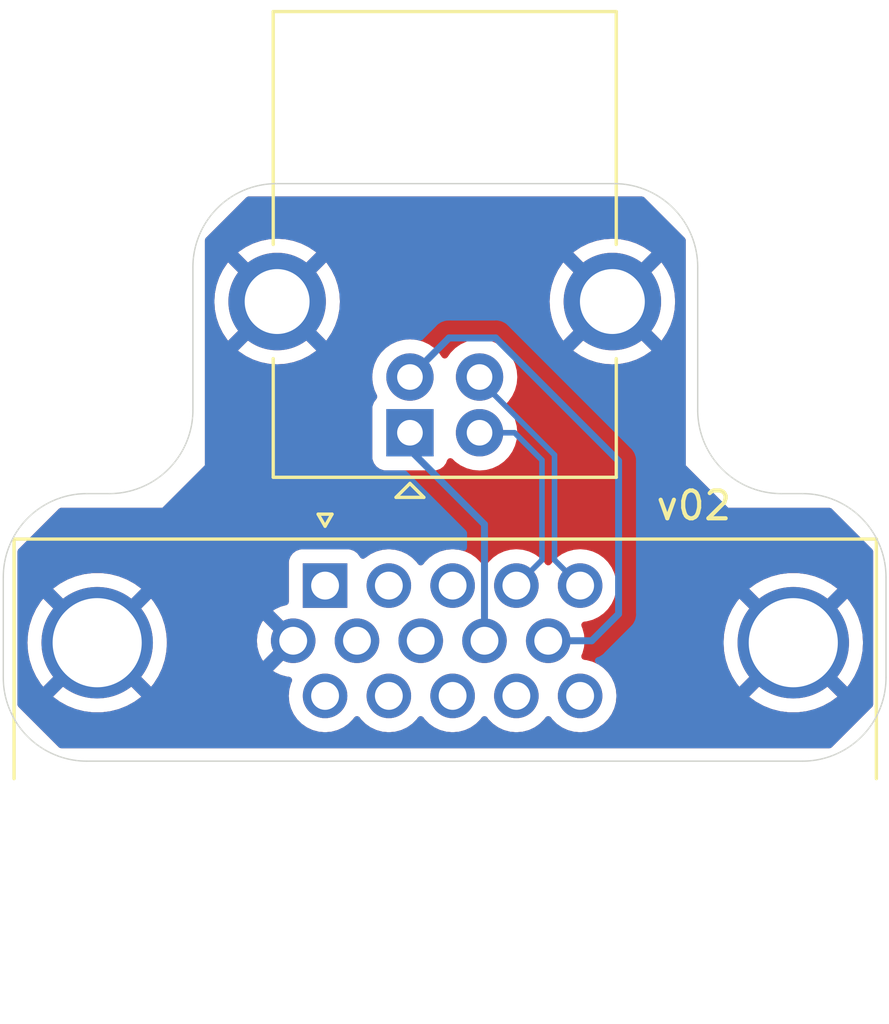
<source format=kicad_pcb>
(kicad_pcb (version 20221018) (generator pcbnew)
  (layers (0 "F.Cu" signal) (31 "B.Cu" signal) (34 "B.Paste" user) (35 "F.Paste" user) (36 "B.SilkS" user "B.Silkscreen") (37 "F.SilkS" user "F.Silkscreen") (38 "B.Mask" user) (39 "F.Mask" user) (44 "Edge.Cuts" user))
  (net 0 "")
  (net 1 "Earth")
  (net 5 "D-")
  (net 6 "D+")
  (net 9 "VBUS")
  (net 10 "GND")
  (footprint "Connector_Dsub:DSUB-15-HD_Male_Horizontal_P2.29x1.98mm_EdgePinOffset3.03mm_Housed_MountingHolesOffset4.94mm" (layer "F.Cu") (at 103.505 92.71)
    (fp_text reference "J1" hide)
    (fp_text value "DE15_Plug_HighDensity_MountingHoles")
    (fp_line (start -11.17 -1.67) (end 19.8 -1.67) (stroke (width 0.12)) (layer "F.SilkS"))
    (fp_line (start -11.17 6.93) (end -11.17 -1.67) (stroke (width 0.12)) (layer "F.SilkS"))
    (fp_line (start -0.25 -2.564338) (end 0.25 -2.564338) (stroke (width 0.12)) (layer "F.SilkS"))
    (fp_line (start 0 -2.131325) (end -0.25 -2.564338) (stroke (width 0.12)) (layer "F.SilkS"))
    (fp_line (start 0.25 -2.564338) (end 0 -2.131325) (stroke (width 0.12)) (layer "F.SilkS"))
    (fp_line (start 19.8 -1.67) (end 19.8 6.93) (stroke (width 0.12)) (layer "F.SilkS"))
    (pad "0" thru_hole circle (at -8.185 2.05) (size 4 4) (drill 3.2) (layers "*.Cu" "*.Mask") (net 1 "Earth"))
    (pad "0" thru_hole circle (at 16.815 2.05) (size 4 4) (drill 3.2) (layers "*.Cu" "*.Mask") (net 1 "Earth"))
    (pad "1" thru_hole rect (at 0 0) (size 1.6 1.6) (drill 1) (layers "*.Cu" "*.Mask"))
    (pad "2" thru_hole circle (at 2.29 0) (size 1.6 1.6) (drill 1) (layers "*.Cu" "*.Mask"))
    (pad "3" thru_hole circle (at 4.58 0) (size 1.6 1.6) (drill 1) (layers "*.Cu" "*.Mask"))
    (pad "4" thru_hole circle (at 6.87 0) (size 1.6 1.6) (drill 1) (layers "*.Cu" "*.Mask") (net 5 "D-"))
    (pad "5" thru_hole circle (at 9.16 0) (size 1.6 1.6) (drill 1) (layers "*.Cu" "*.Mask") (net 6 "D+"))
    (pad "6" thru_hole circle (at -1.145 1.98) (size 1.6 1.6) (drill 1) (layers "*.Cu" "*.Mask") (net 1 "Earth"))
    (pad "7" thru_hole circle (at 1.145 1.98) (size 1.6 1.6) (drill 1) (layers "*.Cu" "*.Mask"))
    (pad "8" thru_hole circle (at 3.435 1.98) (size 1.6 1.6) (drill 1) (layers "*.Cu" "*.Mask"))
    (pad "9" thru_hole circle (at 5.725 1.98) (size 1.6 1.6) (drill 1) (layers "*.Cu" "*.Mask") (net 9 "VBUS"))
    (pad "10" thru_hole circle (at 8.015 1.98) (size 1.6 1.6) (drill 1) (layers "*.Cu" "*.Mask") (net 10 "GND"))
    (pad "11" thru_hole circle (at 0 3.96) (size 1.6 1.6) (drill 1) (layers "*.Cu" "*.Mask"))
    (pad "12" thru_hole circle (at 2.29 3.96) (size 1.6 1.6) (drill 1) (layers "*.Cu" "*.Mask"))
    (pad "13" thru_hole circle (at 4.58 3.96) (size 1.6 1.6) (drill 1) (layers "*.Cu" "*.Mask"))
    (pad "14" thru_hole circle (at 6.87 3.96) (size 1.6 1.6) (drill 1) (layers "*.Cu" "*.Mask"))
    (pad "15" thru_hole circle (at 9.16 3.96) (size 1.6 1.6) (drill 1) (layers "*.Cu" "*.Mask"))
  )
  (footprint "Connector_USB:USB_B_OST_USB-B1HSxx_Horizontal" (layer "F.Cu") (at 106.553 87.2225 90)
    (fp_text reference "J2" hide)
    (fp_text value "USB_B")
    (fp_line (start -2.32 -0.5) (end -2.32 0.5) (stroke (width 0.12)) (layer "F.SilkS"))
    (fp_line (start -2.32 0.5) (end -1.82 0) (stroke (width 0.12)) (layer "F.SilkS"))
    (fp_line (start -1.82 0) (end -2.32 -0.5) (stroke (width 0.12)) (layer "F.SilkS"))
    (fp_line (start -1.6 -4.91) (end -1.6 7.41) (stroke (width 0.12)) (layer "F.SilkS"))
    (fp_line (start -1.6 7.41) (end 2.66 7.41) (stroke (width 0.12)) (layer "F.SilkS"))
    (fp_line (start 2.66 -4.91) (end -1.6 -4.91) (stroke (width 0.12)) (layer "F.SilkS"))
    (fp_line (start 6.76 -4.91) (end 15.12 -4.91) (stroke (width 0.12)) (layer "F.SilkS"))
    (fp_line (start 15.12 -4.91) (end 15.12 7.41) (stroke (width 0.12)) (layer "F.SilkS"))
    (fp_line (start 15.12 7.41) (end 6.76 7.41) (stroke (width 0.12)) (layer "F.SilkS"))
    (pad "1" thru_hole rect (at 0 0 90) (size 1.7 1.7) (drill 0.92) (layers "*.Cu" "*.Mask") (net 9 "VBUS"))
    (pad "2" thru_hole circle (at 0 2.5 90) (size 1.7 1.7) (drill 0.92) (layers "*.Cu" "*.Mask") (net 5 "D-"))
    (pad "3" thru_hole circle (at 2 2.5 90) (size 1.7 1.7) (drill 0.92) (layers "*.Cu" "*.Mask") (net 6 "D+"))
    (pad "4" thru_hole circle (at 2 0 90) (size 1.7 1.7) (drill 0.92) (layers "*.Cu" "*.Mask") (net 10 "GND"))
    (pad "5" thru_hole circle (at 4.71 -4.77 90) (size 3.5 3.5) (drill 2.33) (layers "*.Cu" "*.Mask") (net 1 "Earth"))
    (pad "5" thru_hole circle (at 4.71 7.27 90) (size 3.5 3.5) (drill 2.33) (layers "*.Cu" "*.Mask") (net 1 "Earth"))
  )
  (gr_line (start 94.948 89.408) (end 95.758 89.408) (stroke (width 0.05)) (layer "Edge.Cuts"))
  (gr_arc (start 120.65 89.408) (mid 122.77132 90.28668) (end 123.65 92.408) (stroke (width 0.05)) (layer "Edge.Cuts"))
  (gr_arc (start 98.758 81.28) (mid 99.63668 79.15868) (end 101.758 78.28) (stroke (width 0.05)) (layer "Edge.Cuts"))
  (gr_arc (start 113.88798 78.28) (mid 116.009313 79.158673) (end 116.88798 81.28) (stroke (width 0.05)) (layer "Edge.Cuts"))
  (gr_line (start 123.65 96.012) (end 123.65 92.408) (stroke (width 0.05)) (layer "Edge.Cuts"))
  (gr_arc (start 94.948 99.012) (mid 92.82668 98.13332) (end 91.948 96.012) (stroke (width 0.05)) (layer "Edge.Cuts"))
  (gr_arc (start 91.948 92.408) (mid 92.82668 90.28668) (end 94.948 89.408) (stroke (width 0.05)) (layer "Edge.Cuts"))
  (gr_arc (start 98.758 86.408) (mid 97.87932 88.52932) (end 95.758 89.408) (stroke (width 0.05)) (layer "Edge.Cuts"))
  (gr_line (start 101.758 78.28) (end 113.88798 78.28) (stroke (width 0.05)) (layer "Edge.Cuts"))
  (gr_arc (start 123.65 96.012) (mid 122.77132 98.13332) (end 120.65 99.012) (stroke (width 0.05)) (layer "Edge.Cuts"))
  (gr_line (start 120.65 89.408) (end 119.88798 89.408) (stroke (width 0.05)) (layer "Edge.Cuts"))
  (gr_line (start 91.948 96.012) (end 91.948 92.408) (stroke (width 0.05)) (layer "Edge.Cuts"))
  (gr_line (start 94.948 99.012) (end 120.65 99.012) (stroke (width 0.05)) (layer "Edge.Cuts"))
  (gr_arc (start 119.88798 89.408) (mid 117.766673 88.529313) (end 116.88798 86.408) (stroke (width 0.05)) (layer "Edge.Cuts"))
  (gr_line (start 98.758 86.408) (end 98.758 81.28) (stroke (width 0.05)) (layer "Edge.Cuts"))
  (gr_line (start 116.88798 86.408) (end 116.88798 81.28) (stroke (width 0.05)) (layer "Edge.Cuts"))
  (gr_text "v02" (at 115.316 90.424) (layer "F.SilkS") (effects (font (size 1 1)) (justify left bottom)))
  (segment (start 111.294999 88.207896) (end 111.294999 91.790001) (width 0.2) (layer "B.Cu") (net 5))
  (segment (start 110.309603 87.2225) (end 111.294999 88.207896) (width 0.2) (layer "B.Cu") (net 5))
  (segment (start 111.294999 91.790001) (end 110.375 92.71) (width 0.2) (layer "B.Cu") (net 5))
  (segment (start 109.053 87.2225) (end 110.309603 87.2225) (width 0.2) (layer "B.Cu") (net 5))
  (segment (start 109.053 85.2225) (end 109.053 85.3295) (width 0.2) (layer "B.Cu") (net 6))
  (segment (start 111.745001 91.790001) (end 112.665 92.71) (width 0.2) (layer "B.Cu") (net 6))
  (segment (start 109.053 85.3295) (end 111.745001 88.021501) (width 0.2) (layer "B.Cu") (net 6))
  (segment (start 111.745001 88.021501) (end 111.745001 91.790001) (width 0.2) (layer "B.Cu") (net 6))
  (segment (start 106.553 87.2225) (end 106.553 87.8375) (width 0.25) (layer "B.Cu") (net 9))
  (segment (start 106.553 87.8375) (end 109.23 90.5145) (width 0.25) (layer "B.Cu") (net 9))
  (segment (start 109.23 90.5145) (end 109.23 94.69) (width 0.25) (layer "B.Cu") (net 9))
  (segment (start 107.9555 83.82) (end 109.63275 83.82) (width 0.25) (layer "B.Cu") (net 10))
  (segment (start 109.63275 83.82) (end 114.046 88.23325) (width 0.25) (layer "B.Cu") (net 10))
  (segment (start 114.046 88.23325) (end 114.046 93.726) (width 0.25) (layer "B.Cu") (net 10))
  (segment (start 114.046 93.726) (end 113.082 94.69) (width 0.25) (layer "B.Cu") (net 10))
  (segment (start 106.553 85.2225) (end 107.9555 83.82) (width 0.25) (layer "B.Cu") (net 10))
  (segment (start 113.082 94.69) (end 111.52 94.69) (width 0.25) (layer "B.Cu") (net 10))
  (zone (net 1) (net_name "Earth") (layers "F&B.Cu") (connect_pads (clearance 0.5)) (min_thickness 0.25) (fill yes (thermal_gap 0.5) (thermal_bridge_width 0.5))
    (polygon (pts (xy 114.935 78.74) (xy 100.711 78.74) (xy 99.187 80.264) (xy 99.187 88.392) (xy 97.663 89.916) (xy 93.98 89.916) (xy 92.456 91.44) (xy 92.456 97.028) (xy 93.98 98.552) (xy 121.666 98.552) (xy 123.19 97.028) (xy 123.19 91.44) (xy 121.666 89.916) (xy 117.983 89.916) (xy 116.459 88.392) (xy 116.459 80.264)))
  )
)
</source>
